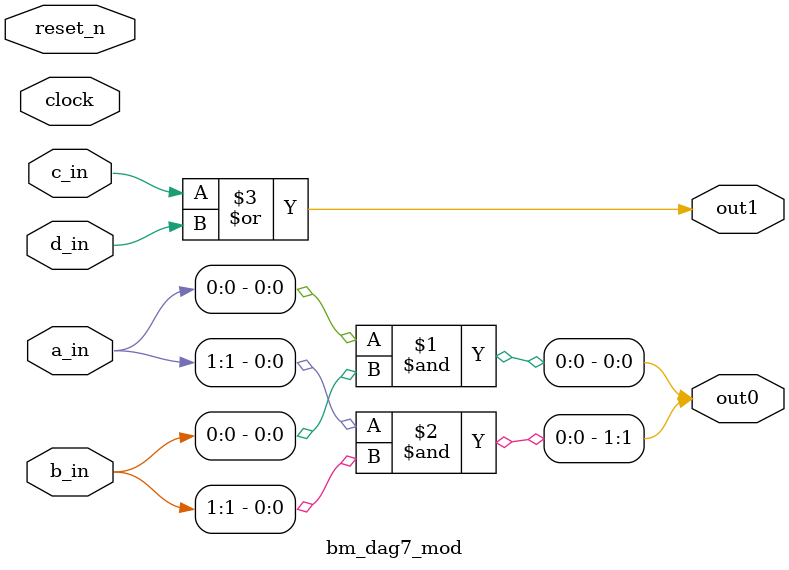
<source format=v>
`define BITS 2         // Bit width of the operands

module 	bm_dag7_mod(clock, 
		reset_n, 
		a_in, 
		b_in,
		c_in, 
		d_in, 
		out0,
		out1);

// SIGNAL DECLARATIONS
input	clock;
input 	reset_n;

input [`BITS-1:0] a_in;
input [`BITS-1:0] b_in;
input c_in;
input d_in;

output [`BITS-1:0] out0;
output  out1;

reg [`BITS-1:0]    out0;
reg     out1;

//a top_a({a_in[0], c_in}, .b_in(2'b10), .out(temp_a));

and(out0[0], a_in[0], b_in[0]);
and(out0[1], a_in[1], b_in[1]);
or(out1, c_in, d_in);

endmodule

/*---------------------------------------------------------*/
/*module a(
		a_in,
		b_in,
		out);

input [`BITS-1:0] a_in;
input [`BITS-1:0] b_in;
output [`BITS-1:0] out;
reg [`BITS-1:0] out;

xor(out[0], a_in[0], b_in[0]);
xnor(out[1], a_in[1], b_in[1]);

endmodule*/

</source>
